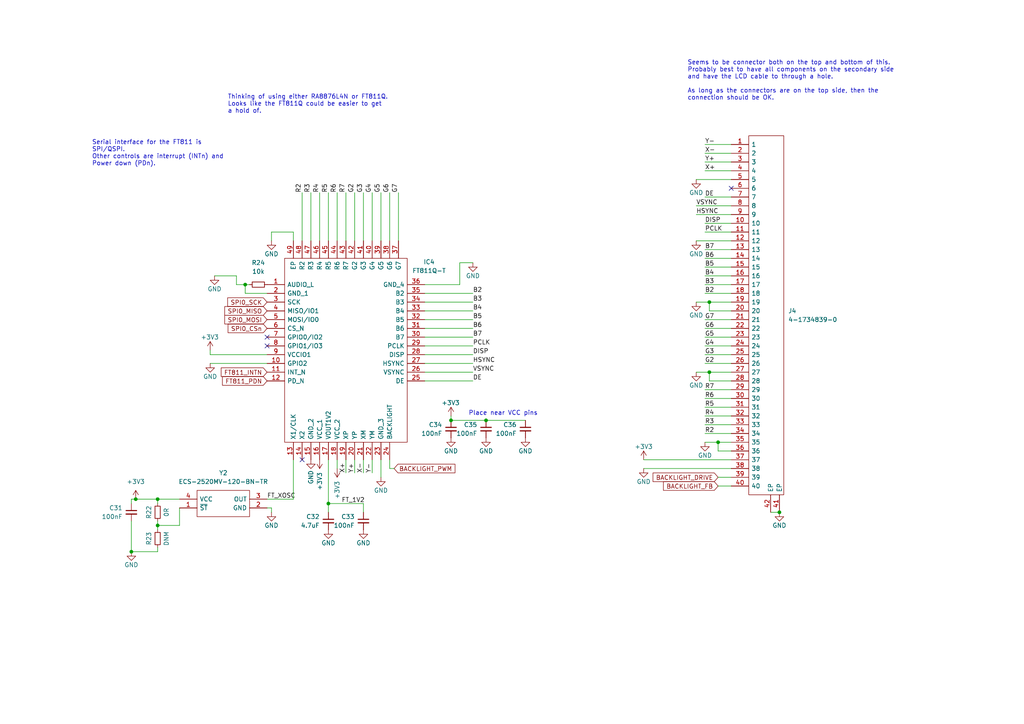
<source format=kicad_sch>
(kicad_sch (version 20211123) (generator eeschema)
  (paper "A4")
  (lib_symbols
    (symbol "Device:C_Small" (pin_numbers hide) (pin_names (offset 0.254) hide)
      (property "Reference" "C" (at 0.254 1.778 0))
      (property "Value" "C_Small" (at 0.254 -2.032 0))
      (symbol "C_Small_0_1"
        (polyline (pts (xy -1.524 -0.508) (xy 1.524 -0.508)) (stroke (width 0.3302)))
        (polyline (pts (xy -1.524 0.508) (xy 1.524 0.508)) (stroke (width 0.3048)))
      )
      (symbol "C_Small_1_1"
        (pin passive line (at 0 2.54 270) (length 2.032) (name "~") (number "1"))
        (pin passive line (at 0 -2.54 90) (length 2.032) (name "~") (number "2"))
      )
    )
    (symbol "Device:R_Small" (pin_numbers hide) (pin_names (offset 0.254) hide)
      (property "Reference" "R" (at 0.762 0.508 0))
      (property "Value" "R_Small" (at 0.762 -1.016 0))
      (symbol "R_Small_0_1"
        (rectangle (start -0.762 1.778) (end 0.762 -1.778) (stroke (width 0.2032)))
      )
      (symbol "R_Small_1_1"
        (pin passive line (at 0 2.54 270) (length 0.762) (name "~") (number "1"))
        (pin passive line (at 0 -2.54 90) (length 0.762) (name "~") (number "2"))
      )
    )
    (symbol "SamacSys_Parts:4-1734839-0" (pin_names (offset 0.762))
      (property "Reference" "J3" (at -16.51 -48.2599 0))
      (property "Value" "4-1734839-0" (at -16.51 -50.7999 0))
      (symbol "4-1734839-0_0_0"
        (pin passive line (at 0 0 180) (length 5.08) (name "1") (number "1"))
        (pin passive line (at 0 -22.86 180) (length 5.08) (name "10") (number "10"))
        (pin passive line (at 0 -25.4 180) (length 5.08) (name "11") (number "11"))
        (pin passive line (at 0 -27.94 180) (length 5.08) (name "12") (number "12"))
        (pin passive line (at 0 -30.48 180) (length 5.08) (name "13") (number "13"))
        (pin passive line (at 0 -33.02 180) (length 5.08) (name "14") (number "14"))
        (pin passive line (at 0 -35.56 180) (length 5.08) (name "15") (number "15"))
        (pin passive line (at 0 -38.1 180) (length 5.08) (name "16") (number "16"))
        (pin passive line (at 0 -40.64 180) (length 5.08) (name "17") (number "17"))
        (pin passive line (at 0 -43.18 180) (length 5.08) (name "18") (number "18"))
        (pin passive line (at 0 -45.72 180) (length 5.08) (name "19") (number "19"))
        (pin passive line (at 0 -2.54 180) (length 5.08) (name "2") (number "2"))
        (pin passive line (at 0 -48.26 180) (length 5.08) (name "20") (number "20"))
        (pin passive line (at 0 -50.8 180) (length 5.08) (name "21") (number "21"))
        (pin passive line (at 0 -53.34 180) (length 5.08) (name "22") (number "22"))
        (pin passive line (at 0 -55.88 180) (length 5.08) (name "23") (number "23"))
        (pin passive line (at 0 -58.42 180) (length 5.08) (name "24") (number "24"))
        (pin passive line (at 0 -60.96 180) (length 5.08) (name "25") (number "25"))
        (pin passive line (at 0 -63.5 180) (length 5.08) (name "26") (number "26"))
        (pin passive line (at 0 -66.04 180) (length 5.08) (name "27") (number "27"))
        (pin passive line (at 0 -68.58 180) (length 5.08) (name "28") (number "28"))
        (pin passive line (at 0 -71.12 180) (length 5.08) (name "29") (number "29"))
        (pin passive line (at 0 -5.08 180) (length 5.08) (name "3") (number "3"))
        (pin passive line (at 0 -73.66 180) (length 5.08) (name "30") (number "30"))
        (pin passive line (at 0 -76.2 180) (length 5.08) (name "31") (number "31"))
        (pin passive line (at 0 -78.74 180) (length 5.08) (name "32") (number "32"))
        (pin passive line (at 0 -81.28 180) (length 5.08) (name "33") (number "33"))
        (pin passive line (at 0 -83.82 180) (length 5.08) (name "34") (number "34"))
        (pin passive line (at 0 -86.36 180) (length 5.08) (name "35") (number "35"))
        (pin passive line (at 0 -88.9 180) (length 5.08) (name "36") (number "36"))
        (pin passive line (at 0 -91.44 180) (length 5.08) (name "37") (number "37"))
        (pin passive line (at 0 -93.98 180) (length 5.08) (name "38") (number "38"))
        (pin passive line (at 0 -96.52 180) (length 5.08) (name "39") (number "39"))
        (pin passive line (at 0 -7.62 180) (length 5.08) (name "4") (number "4"))
        (pin passive line (at 0 -99.06 180) (length 5.08) (name "40") (number "40"))
        (pin passive line (at -13.97 -106.68 90) (length 5.08) (name "EP") (number "41"))
        (pin passive line (at -11.43 -106.68 90) (length 5.08) (name "EP") (number "42"))
        (pin passive line (at 0 -10.16 180) (length 5.08) (name "5") (number "5"))
        (pin passive line (at 0 -12.7 180) (length 5.08) (name "6") (number "6"))
        (pin passive line (at 0 -15.24 180) (length 5.08) (name "7") (number "7"))
        (pin passive line (at 0 -17.78 180) (length 5.08) (name "8") (number "8"))
        (pin passive line (at 0 -20.32 180) (length 5.08) (name "9") (number "9"))
      )
      (symbol "4-1734839-0_0_1"
        (polyline (pts (xy -15.24 2.54) (xy -5.08 2.54) (xy -5.08 -101.6) (xy -15.24 -101.6) (xy -15.24 2.54)) (stroke (width 0.1524)))
      )
    )
    (symbol "SamacSys_Parts:FT810Q-T" (pin_names (offset 0.762))
      (property "Reference" "IC" (at 41.91 12.7 0))
      (property "Value" "FT810Q-T" (at 41.91 10.16 0))
      (symbol "FT810Q-T_0_0"
        (pin passive line (at 0 0 0) (length 5.08) (name "AUDIO_L") (number "1"))
        (pin passive line (at 0 -22.86 0) (length 5.08) (name "GPIO2") (number "10"))
        (pin passive line (at 0 -25.4 0) (length 5.08) (name "INT_N") (number "11"))
        (pin passive line (at 0 -27.94 0) (length 5.08) (name "PD_N") (number "12"))
        (pin passive line (at 7.62 -50.8 90) (length 5.08) (name "X1/CLK") (number "13"))
        (pin passive line (at 10.16 -50.8 90) (length 5.08) (name "X2") (number "14"))
        (pin passive line (at 12.7 -50.8 90) (length 5.08) (name "GND_2") (number "15"))
        (pin passive line (at 15.24 -50.8 90) (length 5.08) (name "VCC_1") (number "16"))
        (pin passive line (at 17.78 -50.8 90) (length 5.08) (name "VOUT1V2") (number "17"))
        (pin passive line (at 20.32 -50.8 90) (length 5.08) (name "VCC_2") (number "18"))
        (pin passive line (at 22.86 -50.8 90) (length 5.08) (name "XP") (number "19"))
        (pin passive line (at 0 -2.54 0) (length 5.08) (name "GND_1") (number "2"))
        (pin passive line (at 25.4 -50.8 90) (length 5.08) (name "YP") (number "20"))
        (pin passive line (at 27.94 -50.8 90) (length 5.08) (name "XM") (number "21"))
        (pin passive line (at 30.48 -50.8 90) (length 5.08) (name "YM") (number "22"))
        (pin passive line (at 33.02 -50.8 90) (length 5.08) (name "GND_3") (number "23"))
        (pin passive line (at 35.56 -50.8 90) (length 5.08) (name "BACKLIGHT") (number "24"))
        (pin passive line (at 45.72 -27.94 180) (length 5.08) (name "DE") (number "25"))
        (pin passive line (at 45.72 -25.4 180) (length 5.08) (name "VSYNC") (number "26"))
        (pin passive line (at 45.72 -22.86 180) (length 5.08) (name "HSYNC") (number "27"))
        (pin passive line (at 45.72 -20.32 180) (length 5.08) (name "DISP") (number "28"))
        (pin passive line (at 45.72 -17.78 180) (length 5.08) (name "PCLK") (number "29"))
        (pin passive line (at 0 -5.08 0) (length 5.08) (name "SCK") (number "3"))
        (pin passive line (at 45.72 -15.24 180) (length 5.08) (name "B7") (number "30"))
        (pin passive line (at 45.72 -12.7 180) (length 5.08) (name "B6") (number "31"))
        (pin passive line (at 45.72 -10.16 180) (length 5.08) (name "B5") (number "32"))
        (pin passive line (at 45.72 -7.62 180) (length 5.08) (name "B4") (number "33"))
        (pin passive line (at 45.72 -5.08 180) (length 5.08) (name "B3") (number "34"))
        (pin passive line (at 45.72 -2.54 180) (length 5.08) (name "B2") (number "35"))
        (pin passive line (at 45.72 0 180) (length 5.08) (name "GND_4") (number "36"))
        (pin passive line (at 38.1 12.7 270) (length 5.08) (name "G7") (number "37"))
        (pin passive line (at 35.56 12.7 270) (length 5.08) (name "G6") (number "38"))
        (pin passive line (at 33.02 12.7 270) (length 5.08) (name "G5") (number "39"))
        (pin passive line (at 0 -7.62 0) (length 5.08) (name "MISO/IO1") (number "4"))
        (pin passive line (at 30.48 12.7 270) (length 5.08) (name "G4") (number "40"))
        (pin passive line (at 27.94 12.7 270) (length 5.08) (name "G3") (number "41"))
        (pin passive line (at 25.4 12.7 270) (length 5.08) (name "G2") (number "42"))
        (pin passive line (at 22.86 12.7 270) (length 5.08) (name "R7") (number "43"))
        (pin passive line (at 20.32 12.7 270) (length 5.08) (name "R6") (number "44"))
        (pin passive line (at 17.78 12.7 270) (length 5.08) (name "R5") (number "45"))
        (pin passive line (at 15.24 12.7 270) (length 5.08) (name "R4") (number "46"))
        (pin passive line (at 12.7 12.7 270) (length 5.08) (name "R3") (number "47"))
        (pin passive line (at 10.16 12.7 270) (length 5.08) (name "R2") (number "48"))
        (pin passive line (at 7.62 12.7 270) (length 5.08) (name "EP") (number "49"))
        (pin passive line (at 0 -10.16 0) (length 5.08) (name "MOSI/IO0") (number "5"))
        (pin passive line (at 0 -12.7 0) (length 5.08) (name "CS_N") (number "6"))
        (pin passive line (at 0 -15.24 0) (length 5.08) (name "GPIO0/IO2") (number "7"))
        (pin passive line (at 0 -17.78 0) (length 5.08) (name "GPIO1/IO3") (number "8"))
        (pin passive line (at 0 -20.32 0) (length 5.08) (name "VCCIO1") (number "9"))
      )
      (symbol "FT810Q-T_0_1"
        (polyline (pts (xy 5.08 7.62) (xy 40.64 7.62) (xy 40.64 -45.72) (xy 5.08 -45.72) (xy 5.08 7.62)) (stroke (width 0.1524)))
      )
    )
    (symbol "SamacSys_Parts:X1G004171001800" (pin_names (offset 0.762))
      (property "Reference" "Y" (at 21.59 7.62 0))
      (property "Value" "X1G004171001800" (at 21.59 5.08 0))
      (symbol "X1G004171001800_0_0"
        (pin passive line (at 0 -2.54 0) (length 5.08) (name "~{ST}") (number "1"))
        (pin passive line (at 25.4 -2.54 180) (length 5.08) (name "GND") (number "2"))
        (pin passive line (at 25.4 0 180) (length 5.08) (name "OUT") (number "3"))
        (pin passive line (at 0 0 0) (length 5.08) (name "VCC") (number "4"))
      )
      (symbol "X1G004171001800_0_1"
        (polyline (pts (xy 5.08 2.54) (xy 20.32 2.54) (xy 20.32 -5.08) (xy 5.08 -5.08) (xy 5.08 2.54)) (stroke (width 0.1524)))
      )
    )
    (symbol "power:+3V3" (power) (pin_names (offset 0))
      (property "Value" "+3V3" (at 0 3.556 0))
      (symbol "+3V3_0_1"
        (polyline (pts (xy -0.762 1.27) (xy 0 2.54)))
        (polyline (pts (xy 0 0) (xy 0 2.54)))
        (polyline (pts (xy 0 2.54) (xy 0.762 1.27)))
      )
      (symbol "+3V3_1_1"
        (pin power_in line (at 0 0 90) (length 0) hide (name "+3V3") (number "1"))
      )
    )
    (symbol "power:GND" (power) (pin_names (offset 0))
      (property "Value" "GND" (at 0 -3.81 0))
      (symbol "GND_0_1"
        (polyline (pts (xy 0 0) (xy 0 -1.27) (xy 1.27 -1.27) (xy 0 -2.54) (xy -1.27 -1.27) (xy 0 -1.27)))
      )
      (symbol "GND_1_1"
        (pin power_in line (at 0 0 270) (length 0) hide (name "GND") (number "1"))
      )
    )
  )
  (junction (at 71.12 82.55))
  (junction (at 205.74 107.95))
  (junction (at 226.06 148.59))
  (junction (at 208.28 128.27))
  (junction (at 205.74 87.63))
  (junction (at 38.1 160.02))
  (junction (at 39.37 144.78))
  (junction (at 45.72 152.4))
  (junction (at 140.97 121.92))
  (junction (at 45.72 144.78))
  (junction (at 95.25 146.05))
  (junction (at 130.81 121.92))
  (no_connect (at 77.47 97.79))
  (no_connect (at 77.47 100.33))
  (no_connect (at 212.09 54.61))
  (no_connect (at 87.63 133.35))
  (wire (pts (xy 204.47 120.65) (xy 212.09 120.65)))
  (wire (pts (xy 114.3 135.89) (xy 113.03 135.89)))
  (wire (pts (xy 123.19 105.41) (xy 137.16 105.41)))
  (wire (pts (xy 204.47 95.25) (xy 212.09 95.25)))
  (wire (pts (xy 45.72 144.78) (xy 39.37 144.78)))
  (wire (pts (xy 130.81 121.92) (xy 140.97 121.92)))
  (wire (pts (xy 204.47 85.09) (xy 212.09 85.09)))
  (wire (pts (xy 130.81 120.65) (xy 130.81 121.92)))
  (wire (pts (xy 39.37 144.78) (xy 38.1 144.78)))
  (wire (pts (xy 133.35 82.55) (xy 123.19 82.55)))
  (wire (pts (xy 123.19 102.87) (xy 137.16 102.87)))
  (wire (pts (xy 102.87 133.35) (xy 102.87 137.16)))
  (wire (pts (xy 201.93 62.23) (xy 212.09 62.23)))
  (wire (pts (xy 105.41 146.05) (xy 95.25 146.05)))
  (wire (pts (xy 204.47 97.79) (xy 212.09 97.79)))
  (wire (pts (xy 95.25 55.88) (xy 95.25 69.85)))
  (wire (pts (xy 208.28 140.97) (xy 212.09 140.97)))
  (wire (pts (xy 123.19 92.71) (xy 137.16 92.71)))
  (wire (pts (xy 45.72 152.4) (xy 45.72 153.67)))
  (wire (pts (xy 208.28 130.81) (xy 208.28 128.27)))
  (wire (pts (xy 204.47 72.39) (xy 212.09 72.39)))
  (wire (pts (xy 133.35 76.2) (xy 133.35 82.55)))
  (wire (pts (xy 205.74 107.95) (xy 212.09 107.95)))
  (wire (pts (xy 204.47 123.19) (xy 212.09 123.19)))
  (wire (pts (xy 60.96 105.41) (xy 77.47 105.41)))
  (wire (pts (xy 205.74 87.63) (xy 212.09 87.63)))
  (wire (pts (xy 105.41 148.59) (xy 105.41 146.05)))
  (wire (pts (xy 45.72 151.13) (xy 45.72 152.4)))
  (wire (pts (xy 100.33 133.35) (xy 100.33 137.16)))
  (wire (pts (xy 186.69 135.89) (xy 212.09 135.89)))
  (wire (pts (xy 38.1 144.78) (xy 38.1 146.05)))
  (wire (pts (xy 60.96 102.87) (xy 60.96 101.6)))
  (wire (pts (xy 212.09 110.49) (xy 205.74 110.49)))
  (wire (pts (xy 223.52 148.59) (xy 226.06 148.59)))
  (wire (pts (xy 123.19 87.63) (xy 137.16 87.63)))
  (wire (pts (xy 90.17 55.88) (xy 90.17 69.85)))
  (wire (pts (xy 85.09 144.78) (xy 85.09 133.35)))
  (wire (pts (xy 105.41 55.88) (xy 105.41 69.85)))
  (wire (pts (xy 78.74 67.31) (xy 85.09 67.31)))
  (wire (pts (xy 204.47 125.73) (xy 212.09 125.73)))
  (wire (pts (xy 115.57 55.88) (xy 115.57 69.85)))
  (wire (pts (xy 204.47 64.77) (xy 212.09 64.77)))
  (wire (pts (xy 137.16 76.2) (xy 133.35 76.2)))
  (wire (pts (xy 77.47 144.78) (xy 85.09 144.78)))
  (wire (pts (xy 107.95 133.35) (xy 107.95 137.16)))
  (wire (pts (xy 92.71 55.88) (xy 92.71 69.85)))
  (wire (pts (xy 201.93 87.63) (xy 205.74 87.63)))
  (wire (pts (xy 95.25 133.35) (xy 95.25 146.05)))
  (wire (pts (xy 71.12 82.55) (xy 72.39 82.55)))
  (wire (pts (xy 204.47 82.55) (xy 212.09 82.55)))
  (wire (pts (xy 68.58 80.01) (xy 68.58 82.55)))
  (wire (pts (xy 100.33 55.88) (xy 100.33 69.85)))
  (wire (pts (xy 113.03 55.88) (xy 113.03 69.85)))
  (wire (pts (xy 204.47 57.15) (xy 212.09 57.15)))
  (wire (pts (xy 140.97 121.92) (xy 152.4 121.92)))
  (wire (pts (xy 201.93 107.95) (xy 205.74 107.95)))
  (wire (pts (xy 38.1 151.13) (xy 38.1 160.02)))
  (wire (pts (xy 204.47 105.41) (xy 212.09 105.41)))
  (wire (pts (xy 110.49 55.88) (xy 110.49 69.85)))
  (wire (pts (xy 123.19 97.79) (xy 137.16 97.79)))
  (wire (pts (xy 123.19 110.49) (xy 137.16 110.49)))
  (wire (pts (xy 71.12 82.55) (xy 71.12 85.09)))
  (wire (pts (xy 78.74 148.59) (xy 78.74 147.32)))
  (wire (pts (xy 97.79 133.35) (xy 97.79 135.89)))
  (wire (pts (xy 204.47 115.57) (xy 212.09 115.57)))
  (wire (pts (xy 204.47 113.03) (xy 212.09 113.03)))
  (wire (pts (xy 95.25 146.05) (xy 95.25 148.59)))
  (wire (pts (xy 85.09 67.31) (xy 85.09 69.85)))
  (wire (pts (xy 204.47 74.93) (xy 212.09 74.93)))
  (wire (pts (xy 38.1 160.02) (xy 45.72 160.02)))
  (wire (pts (xy 204.47 100.33) (xy 212.09 100.33)))
  (wire (pts (xy 201.93 59.69) (xy 212.09 59.69)))
  (wire (pts (xy 205.74 90.17) (xy 205.74 87.63)))
  (wire (pts (xy 205.74 110.49) (xy 205.74 107.95)))
  (wire (pts (xy 201.93 52.07) (xy 212.09 52.07)))
  (wire (pts (xy 110.49 133.35) (xy 110.49 138.43)))
  (wire (pts (xy 71.12 85.09) (xy 77.47 85.09)))
  (wire (pts (xy 123.19 90.17) (xy 137.16 90.17)))
  (wire (pts (xy 113.03 135.89) (xy 113.03 133.35)))
  (wire (pts (xy 208.28 138.43) (xy 212.09 138.43)))
  (wire (pts (xy 77.47 102.87) (xy 60.96 102.87)))
  (wire (pts (xy 208.28 128.27) (xy 212.09 128.27)))
  (wire (pts (xy 97.79 55.88) (xy 97.79 69.85)))
  (wire (pts (xy 107.95 55.88) (xy 107.95 69.85)))
  (wire (pts (xy 186.69 133.35) (xy 212.09 133.35)))
  (wire (pts (xy 105.41 133.35) (xy 105.41 137.16)))
  (wire (pts (xy 212.09 130.81) (xy 208.28 130.81)))
  (wire (pts (xy 62.23 80.01) (xy 68.58 80.01)))
  (wire (pts (xy 204.47 46.99) (xy 212.09 46.99)))
  (wire (pts (xy 204.47 41.91) (xy 212.09 41.91)))
  (wire (pts (xy 204.47 67.31) (xy 212.09 67.31)))
  (wire (pts (xy 204.47 49.53) (xy 212.09 49.53)))
  (wire (pts (xy 212.09 90.17) (xy 205.74 90.17)))
  (wire (pts (xy 201.93 69.85) (xy 212.09 69.85)))
  (wire (pts (xy 204.47 118.11) (xy 212.09 118.11)))
  (wire (pts (xy 204.47 77.47) (xy 212.09 77.47)))
  (wire (pts (xy 204.47 128.27) (xy 208.28 128.27)))
  (wire (pts (xy 45.72 146.05) (xy 45.72 144.78)))
  (wire (pts (xy 204.47 102.87) (xy 212.09 102.87)))
  (wire (pts (xy 123.19 100.33) (xy 137.16 100.33)))
  (wire (pts (xy 204.47 80.01) (xy 212.09 80.01)))
  (wire (pts (xy 123.19 85.09) (xy 137.16 85.09)))
  (wire (pts (xy 45.72 160.02) (xy 45.72 158.75)))
  (wire (pts (xy 123.19 107.95) (xy 137.16 107.95)))
  (wire (pts (xy 45.72 152.4) (xy 52.07 152.4)))
  (wire (pts (xy 78.74 69.85) (xy 78.74 67.31)))
  (wire (pts (xy 123.19 95.25) (xy 137.16 95.25)))
  (wire (pts (xy 102.87 55.88) (xy 102.87 69.85)))
  (wire (pts (xy 52.07 152.4) (xy 52.07 147.32)))
  (wire (pts (xy 204.47 92.71) (xy 212.09 92.71)))
  (wire (pts (xy 45.72 144.78) (xy 52.07 144.78)))
  (wire (pts (xy 78.74 147.32) (xy 77.47 147.32)))
  (wire (pts (xy 87.63 55.88) (xy 87.63 69.85)))
  (wire (pts (xy 204.47 44.45) (xy 212.09 44.45)))
  (wire (pts (xy 68.58 82.55) (xy 71.12 82.55)))
  (text "Thinking of using either RA8876L4N or FT811Q. \nLooks like the FT811Q could be easier to get \na hold of. " (at 66.04 33.02 0) (effects (font (size 1.27 1.27)) (justify left bottom)))
  (text "Place near VCC pins" (at 135.89 120.65 0) (effects (font (size 1.27 1.27)) (justify left bottom)))
  (text "Serial interface for the FT811 is\nSPI/QSPI. \nOther controls are interrupt (INTn) and \nPower down (PDn). " (at 26.67 48.26 0) (effects (font (size 1.27 1.27)) (justify left bottom)))
  (text "Seems to be connector both on the top and bottom of this. \nProbably best to have all components on the secondary side\nand have the LCD cable to through a hole. \n\nAs long as the connectors are on the top side, then the\nconnection should be OK. " (at 199.39 29.21 0) (effects (font (size 1.27 1.27)) (justify left bottom)))
  (label "G5" (at 204.47 97.79 0))
  (label "PCLK" (at 204.47 67.31 0))
  (label "R3" (at 204.47 123.19 0))
  (label "B7" (at 204.47 72.39 0))
  (label "B6" (at 137.16 95.25 0))
  (label "X-" (at 105.41 137.16 90))
  (label "R4" (at 204.47 120.65 0))
  (label "B6" (at 204.47 74.93 0))
  (label "G4" (at 204.47 100.33 0))
  (label "FT_XOSC" (at 77.47 144.78 0))
  (label "G2" (at 102.87 55.88 90))
  (label "B2" (at 204.47 85.09 0))
  (label "G3" (at 204.47 102.87 0))
  (label "G5" (at 110.49 55.88 90))
  (label "Y-" (at 204.47 41.91 0))
  (label "B5" (at 137.16 92.71 0))
  (label "Y+" (at 102.87 137.16 90))
  (label "B2" (at 137.16 85.09 0))
  (label "B3" (at 137.16 87.63 0))
  (label "PCLK" (at 137.16 100.33 0))
  (label "B5" (at 204.47 77.47 0))
  (label "R5" (at 95.25 55.88 90))
  (label "R3" (at 90.17 55.88 90))
  (label "HSYNC" (at 137.16 105.41 0))
  (label "G4" (at 107.95 55.88 90))
  (label "Y+" (at 204.47 46.99 0))
  (label "G6" (at 113.03 55.88 90))
  (label "DE" (at 204.47 57.15 0))
  (label "R6" (at 204.47 115.57 0))
  (label "G7" (at 204.47 92.71 0))
  (label "G3" (at 105.41 55.88 90))
  (label "VSYNC" (at 137.16 107.95 0))
  (label "B7" (at 137.16 97.79 0))
  (label "DISP" (at 137.16 102.87 0))
  (label "B4" (at 204.47 80.01 0))
  (label "G2" (at 204.47 105.41 0))
  (label "R7" (at 204.47 113.03 0))
  (label "Y-" (at 107.95 137.16 90))
  (label "R4" (at 92.71 55.88 90))
  (label "HSYNC" (at 201.93 62.23 0))
  (label "B3" (at 204.47 82.55 0))
  (label "X-" (at 204.47 44.45 0))
  (label "FT_1V2" (at 99.06 146.05 0))
  (label "DISP" (at 204.47 64.77 0))
  (label "X+" (at 100.33 137.16 90))
  (label "VSYNC" (at 201.93 59.69 0))
  (label "R6" (at 97.79 55.88 90))
  (label "R7" (at 100.33 55.88 90))
  (label "DE" (at 137.16 110.49 0))
  (label "R2" (at 204.47 125.73 0))
  (label "B4" (at 137.16 90.17 0))
  (label "R2" (at 87.63 55.88 90))
  (label "X+" (at 204.47 49.53 0))
  (label "G7" (at 115.57 55.88 90))
  (label "R5" (at 204.47 118.11 0))
  (label "G6" (at 204.47 95.25 0))
  (global_label "FT811_INTN" (shape input) (at 77.47 107.95 180) (property "Intersheet References" "${INTERSHEET_REFS}" (effects hide)))
  (global_label "FT811_PDN" (shape input) (at 77.47 110.49 180) (property "Intersheet References" "${INTERSHEET_REFS}" (effects hide)))
  (global_label "SPI0_SCK" (shape input) (at 77.47 87.63 180) (property "Intersheet References" "${INTERSHEET_REFS}" (effects hide)))
  (global_label "BACKLIGHT_DRIVE" (shape input) (at 208.28 138.43 180) (property "Intersheet References" "${INTERSHEET_REFS}" (effects hide)))
  (global_label "SPI0_CSn" (shape input) (at 77.47 95.25 180) (property "Intersheet References" "${INTERSHEET_REFS}" (effects hide)))
  (global_label "BACKLIGHT_PWM" (shape input) (at 114.3 135.89 0) (property "Intersheet References" "${INTERSHEET_REFS}" (effects hide)))
  (global_label "SPI0_MOSI" (shape input) (at 77.47 92.71 180) (property "Intersheet References" "${INTERSHEET_REFS}" (effects hide)))
  (global_label "SPI0_MISO" (shape input) (at 77.47 90.17 180) (property "Intersheet References" "${INTERSHEET_REFS}" (effects hide)))
  (global_label "BACKLIGHT_FB" (shape input) (at 208.28 140.97 180) (property "Intersheet References" "${INTERSHEET_REFS}" (effects hide)))
  (symbol (lib_id "Device:C_Small") (at 105.41 151.13 0) (mirror y) (unit 1)
    (property "Reference" "C33" (at 102.87 149.8662 0) (effects (justify left)))
    (property "Value" "100nF" (at 102.87 152.4062 0) (effects (justify left)))
    (property "Footprint" "Capacitor_SMD:C_0402_1005Metric" (effects hide))
    (property "LCSC" "C1525" (effects hide))
  )
  (symbol (lib_id "Device:R_Small") (at 45.72 148.59 0) (mirror x) (unit 1)
    (property "Reference" "R22" (at 43.18 148.59 90))
    (property "Value" "0R" (at 48.26 148.59 90))
    (property "Footprint" "Resistor_SMD:R_0402_1005Metric" (effects hide))
    (property "LCSC" "C279984" (effects hide))
  )
  (symbol (lib_id "power:GND") (at 201.93 87.63 0) (unit 1)
    (property "Reference" "#PWR084" (effects hide))
    (property "Value" "GND" (at 201.93 91.44 0))
  )
  (symbol (lib_id "Device:R_Small") (at 74.93 82.55 270) (unit 1)
    (property "Reference" "R24" (at 74.93 76.2 90))
    (property "Value" "10k" (at 74.93 78.74 90))
    (property "Footprint" "Resistor_SMD:R_0402_1005Metric" (effects hide))
    (property "LCSC" "C25086" (effects hide))
  )
  (symbol (lib_id "power:GND") (at 201.93 107.95 0) (unit 1)
    (property "Reference" "#PWR085" (effects hide))
    (property "Value" "GND" (at 201.93 111.76 0))
  )
  (symbol (lib_id "Device:R_Small") (at 45.72 156.21 0) (mirror x) (unit 1)
    (property "Reference" "R23" (at 43.18 156.21 90))
    (property "Value" "DNM" (at 48.26 156.21 90))
    (property "Footprint" "Resistor_SMD:R_0402_1005Metric" (effects hide))
    (property "LCSC" "DNM" (effects hide))
  )
  (symbol (lib_id "power:+3V3") (at 60.96 101.6 0) (unit 1)
    (property "Reference" "#PWR064" (effects hide))
    (property "Value" "+3V3" (at 63.5 97.79 0) (effects (justify right)))
  )
  (symbol (lib_id "power:+3V3") (at 186.69 133.35 0) (unit 1)
    (property "Reference" "#PWR080" (effects hide))
    (property "Value" "+3V3" (at 186.69 129.54 0))
  )
  (symbol (lib_id "power:GND") (at 90.17 133.35 0) (mirror y) (unit 1)
    (property "Reference" "#PWR069" (effects hide))
    (property "Value" "GND" (at 90.17 138.43 90))
  )
  (symbol (lib_id "power:GND") (at 201.93 69.85 0) (unit 1)
    (property "Reference" "#PWR083" (effects hide))
    (property "Value" "GND" (at 201.93 73.66 0))
  )
  (symbol (lib_id "power:+3V3") (at 97.79 135.89 180) (unit 1)
    (property "Reference" "#PWR072" (effects hide))
    (property "Value" "+3V3" (at 97.79 144.78 90) (effects (justify right)))
  )
  (symbol (lib_id "power:GND") (at 105.41 153.67 0) (mirror y) (unit 1)
    (property "Reference" "#PWR073" (effects hide))
    (property "Value" "GND" (at 105.41 157.48 0))
  )
  (symbol (lib_id "SamacSys_Parts:FT810Q-T") (at 77.47 82.55 0) (unit 1)
    (property "Reference" "IC4" (at 124.46 75.9712 0))
    (property "Value" "FT811Q-T" (at 124.46 78.5112 0))
    (property "Footprint" "SamacSys_Parts:QFN50P700X700X90-49N-D" (effects hide))
    (property "Datasheet" "https://componentsearchengine.com/Datasheets/2/FT810Q-T.pdf" (effects hide))
    (property "Description" "FT811Q-T, LCD Controller 8 bit Mono Audio Format, SVGA Support SPI 1.8  3.3 V, 48-Pin VQFN" (effects hide))
    (property "Height" "0.9" (effects hide))
    (property "Mouser Part Number" "895-FT811Q-T" (effects hide))
    (property "Mouser Price/Stock" "https://www.mouser.co.uk/ProductDetail/Bridgetek/FT810Q-T?qs=OplyyfyNBA63lpJ6fOejKA%3D%3D" (effects hide))
    (property "Manufacturer_Name" "BRIDGETEK" (effects hide))
    (property "Manufacturer_Part_Number" "FT811Q-T" (effects hide))
    (property "LCSC" "C3823896" (effects hide))
  )
  (symbol (lib_id "power:+3V3") (at 130.81 120.65 0) (unit 1)
    (property "Reference" "#PWR075" (effects hide))
    (property "Value" "+3V3" (at 133.35 116.84 0) (effects (justify right)))
  )
  (symbol (lib_id "power:GND") (at 78.74 148.59 0) (mirror y) (unit 1)
    (property "Reference" "#PWR068" (effects hide))
    (property "Value" "GND" (at 78.74 152.4 0))
  )
  (symbol (lib_id "power:GND") (at 110.49 138.43 0) (mirror y) (unit 1)
    (property "Reference" "#PWR074" (effects hide))
    (property "Value" "GND" (at 110.49 142.24 0))
  )
  (symbol (lib_id "power:GND") (at 130.81 127 0) (mirror y) (unit 1)
    (property "Reference" "#PWR076" (effects hide))
    (property "Value" "GND" (at 130.81 130.81 0))
  )
  (symbol (lib_id "Device:C_Small") (at 140.97 124.46 0) (mirror y) (unit 1)
    (property "Reference" "C35" (at 138.43 123.1962 0) (effects (justify left)))
    (property "Value" "100nF" (at 138.43 125.7362 0) (effects (justify left)))
    (property "Footprint" "Capacitor_SMD:C_0402_1005Metric" (effects hide))
    (property "LCSC" "C1525" (effects hide))
  )
  (symbol (lib_id "power:GND") (at 152.4 127 0) (mirror y) (unit 1)
    (property "Reference" "#PWR079" (effects hide))
    (property "Value" "GND" (at 152.4 130.81 0))
  )
  (symbol (lib_id "power:+3V3") (at 92.71 133.35 180) (unit 1)
    (property "Reference" "#PWR070" (effects hide))
    (property "Value" "+3V3" (at 92.71 142.24 90) (effects (justify right)))
  )
  (symbol (lib_id "Device:C_Small") (at 152.4 124.46 0) (mirror y) (unit 1)
    (property "Reference" "C36" (at 149.86 123.1962 0) (effects (justify left)))
    (property "Value" "100nF" (at 149.86 125.7362 0) (effects (justify left)))
    (property "Footprint" "Capacitor_SMD:C_0402_1005Metric" (effects hide))
    (property "LCSC" "C1525" (effects hide))
  )
  (symbol (lib_id "power:+3V3") (at 39.37 144.78 0) (unit 1)
    (property "Reference" "#PWR063" (effects hide))
    (property "Value" "+3V3" (at 39.37 139.7 0))
  )
  (symbol (lib_id "power:GND") (at 95.25 153.67 0) (mirror y) (unit 1)
    (property "Reference" "#PWR071" (effects hide))
    (property "Value" "GND" (at 95.25 157.48 0))
  )
  (symbol (lib_id "power:GND") (at 60.96 105.41 0) (mirror y) (unit 1)
    (property "Reference" "#PWR065" (effects hide))
    (property "Value" "GND" (at 60.96 109.22 0))
  )
  (symbol (lib_id "power:GND") (at 186.69 135.89 0) (unit 1)
    (property "Reference" "#PWR081" (effects hide))
    (property "Value" "GND" (at 186.69 139.7 0))
  )
  (symbol (lib_id "power:GND") (at 204.47 128.27 0) (unit 1)
    (property "Reference" "#PWR086" (effects hide))
    (property "Value" "GND" (at 204.47 132.08 0))
  )
  (symbol (lib_id "Device:C_Small") (at 38.1 148.59 0) (mirror y) (unit 1)
    (property "Reference" "C31" (at 35.56 147.3262 0) (effects (justify left)))
    (property "Value" "100nF" (at 35.56 149.8662 0) (effects (justify left)))
    (property "Footprint" "Capacitor_SMD:C_0402_1005Metric" (effects hide))
    (property "LCSC" "C1525" (effects hide))
  )
  (symbol (lib_id "power:GND") (at 201.93 52.07 0) (unit 1)
    (property "Reference" "#PWR082" (effects hide))
    (property "Value" "GND" (at 201.93 55.88 0))
  )
  (symbol (lib_id "power:GND") (at 62.23 80.01 0) (mirror y) (unit 1)
    (property "Reference" "#PWR066" (effects hide))
    (property "Value" "GND" (at 62.23 83.82 0))
  )
  (symbol (lib_id "power:GND") (at 226.06 148.59 0) (unit 1)
    (property "Reference" "#PWR087" (effects hide))
    (property "Value" "GND" (at 226.06 152.4 0))
  )
  (symbol (lib_id "SamacSys_Parts:4-1734839-0") (at 212.09 41.91 0) (mirror y) (unit 1)
    (property "Reference" "J4" (at 228.6 90.1699 0) (effects (justify right)))
    (property "Value" "4-1734839-0" (at 228.6 92.7099 0) (effects (justify right)))
    (property "Footprint" "SamacSys_Parts:4-1734839-0" (effects hide))
    (property "Datasheet" "http://www.te.com/commerce/DocumentDelivery/DDEController?Action=showdoc&DocId=Customer+Drawing%7F1734839%7FC%7Fpdf%7FEnglish%7FENG_CD_1734839_C_C_1734839.pdf%7F4-1734839-0" (effects hide))
    (property "Description" "TE CONNECTIVITY / AMP - 4-1734839-0 - CONNECTOR, FFC / FPC, 0.5MM, 40WAY" (effects hide))
    (property "Mouser Part Number" "571-4-1734839-0" (effects hide))
    (property "Mouser Price/Stock" "https://www.mouser.co.uk/ProductDetail/TE-Connectivity/4-1734839-0?qs=klMB9zE6HsCoU1yptYDtcg%3D%3D" (effects hide))
    (property "Manufacturer_Name" "TE Connectivity" (effects hide))
    (property "Manufacturer_Part_Number" "4-1734839-0" (effects hide))
    (property "LCSC" "C590939" (effects hide))
  )
  (symbol (lib_id "power:GND") (at 137.16 76.2 0) (mirror y) (unit 1)
    (property "Reference" "#PWR077" (effects hide))
    (property "Value" "GND" (at 137.16 80.01 0))
  )
  (symbol (lib_id "power:GND") (at 78.74 69.85 0) (mirror y) (unit 1)
    (property "Reference" "#PWR067" (effects hide))
    (property "Value" "GND" (at 78.74 73.66 0))
  )
  (symbol (lib_id "Device:C_Small") (at 95.25 151.13 0) (mirror y) (unit 1)
    (property "Reference" "C32" (at 92.71 149.8662 0) (effects (justify left)))
    (property "Value" "4.7uF" (at 92.71 152.4062 0) (effects (justify left)))
    (property "Footprint" "Capacitor_SMD:C_0603_1608Metric" (effects hide))
    (property "LCSC" "C19666" (effects hide))
  )
  (symbol (lib_id "Device:C_Small") (at 130.81 124.46 0) (mirror y) (unit 1)
    (property "Reference" "C34" (at 128.27 123.1962 0) (effects (justify left)))
    (property "Value" "100nF" (at 128.27 125.7362 0) (effects (justify left)))
    (property "Footprint" "Capacitor_SMD:C_0402_1005Metric" (effects hide))
    (property "LCSC" "C1525" (effects hide))
  )
  (symbol (lib_id "power:GND") (at 38.1 160.02 0) (mirror y) (unit 1)
    (property "Reference" "#PWR062" (effects hide))
    (property "Value" "GND" (at 38.1 163.83 0))
  )
  (symbol (lib_id "SamacSys_Parts:X1G004171001800") (at 52.07 144.78 0) (unit 1)
    (property "Reference" "Y2" (at 64.77 137.16 0))
    (property "Value" "ECS-2520MV-120-BN-TR" (at 64.77 139.7 0))
    (property "Footprint" "SamacSys_Parts:X1G004171001800" (effects hide))
    (property "Datasheet" "https://datasheet.lcsc.com/szlcsc/Seiko-Epson-X1G004171001800_C255991.pdf" (effects hide))
    (property "Description" "Oscillator XO 12MHz +/-50ppm 15pF CMOS 55% 1.8V/2.5V/3.3V 4-Pin SMD T/R" (effects hide))
    (property "Height" "0.9" (effects hide))
    (property "Manufacturer_Name" "Seiko Epson Corporation" (effects hide))
    (property "Manufacturer_Part_Number" "X1G004171001800" (effects hide))
    (property "LCSC" "C255991" (effects hide))
  )
  (symbol (lib_id "power:GND") (at 140.97 127 0) (mirror y) (unit 1)
    (property "Reference" "#PWR078" (effects hide))
    (property "Value" "GND" (at 140.97 130.81 0))
  )
)
</source>
